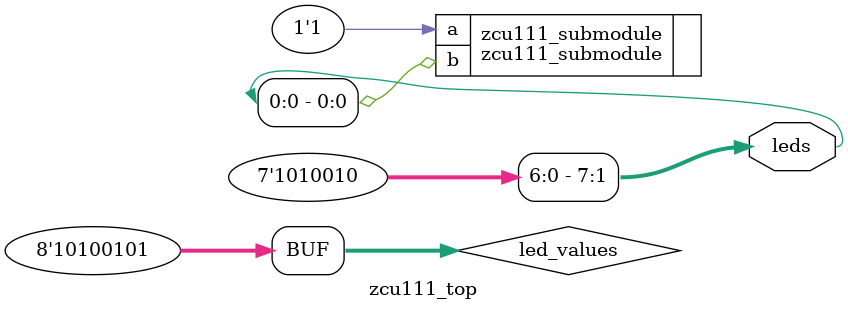
<source format=sv>
module zcu111_top (
    output logic [7:0] leds
);

  logic axi_clk;
  logic axi_rst;
  logic clk_250;
  logic rst_250;

  logic [7:0] led_values;

  always_comb begin
    led_values = 8'hA5;
    for (int i = 1; i < 8; i++) begin
      leds[i] = led_values[i];
    end
  end

  zynq_axi zynq_axi (
      .axi_clk(axi_clk),
      .axi_rst(axi_rst),
      .clk_250(clk_250),
      .rst_250(rst_250),
      .m_axi_araddr(),
      .m_axi_arburst(),
      .m_axi_arcache(),
      .m_axi_arid(),
      .m_axi_arlen(),
      .m_axi_arlock(),
      .m_axi_arprot(),
      .m_axi_arqos(),
      .m_axi_arready(1'b1),
      .m_axi_arsize(),
      .m_axi_aruser(),
      .m_axi_arvalid(),
      .m_axi_awaddr(),
      .m_axi_awburst(),
      .m_axi_awcache(),
      .m_axi_awid(),
      .m_axi_awlen(),
      .m_axi_awlock(),
      .m_axi_awprot(),
      .m_axi_awqos(),
      .m_axi_awready(1'b1),
      .m_axi_awsize(),
      .m_axi_awuser(),
      .m_axi_awvalid(),
      .m_axi_bid(8'h0),
      .m_axi_bready(),
      .m_axi_bresp(2'b0),
      .m_axi_bvalid(1'b1),
      .m_axi_rdata(64'h0),
      .m_axi_rid(8'h0),
      .m_axi_rlast(1'b1),
      .m_axi_rready(),
      .m_axi_rresp(2'b0),
      .m_axi_rvalid(1'b1),
      .m_axi_wdata(),
      .m_axi_wlast(),
      .m_axi_wready(1'b1),
      .m_axi_wstrb(),
      .m_axi_wvalid()
  );

  zcu111_submodule zcu111_submodule (
      .a(led_values[0]),
      .b(leds[0])
  );

endmodule

</source>
